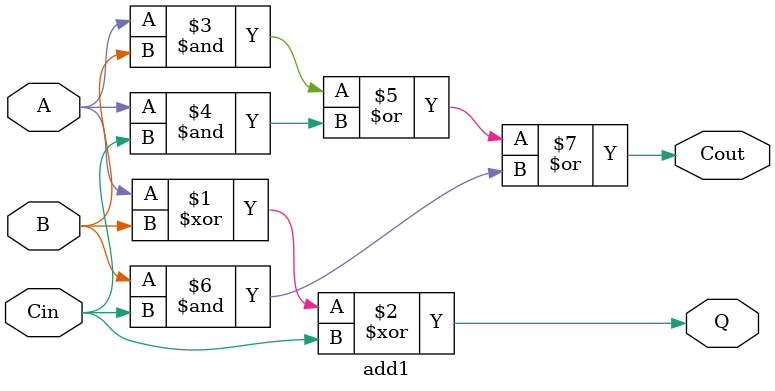
<source format=v>

/*
 * Generate a combinational adder of any width. The width parameter can
 * be any integer value >0. The A and B inputs have WID bits, and the Q
 * output has WID+1 bits to include the overflow.
 */
module addN
  #(parameter WID = 4)
   (input wire [WID-1:0] A,
    input wire [WID-1:0] B,
    output wire [WID:0]  Q
    /* */);

   wire [WID-1:0] 	Cout;

   /* The least significant slice has no Cin */
   add1 U0 (.A(A[0]), .B(B[0]), .Cin(1'b0), .Q(Q[0]), .Cout(Cout[0]));

   /* Generate all the remaining slices */
   genvar i;
   for (i = 1 ; i < WID ; i = i+1) begin : U
      add1 Un (.A(A[i]), .B(B[i]), .Cin(Cout[i-1]), .Q(Q[i]), .Cout(Cout[i]));
   end

   assign Q[WID] = Cout[WID-1];

endmodule // add

/*
 * This is a single-bit combinational adder used by the addH module
 * above.
 */
module add1(input A, input B, input Cin, output Q, output Cout);

   assign Q = A ^ B ^ Cin;
   assign Cout = A&B | A&Cin | B&Cin;

endmodule // hadd

`ifdef TEST_BENCH
module main;

   parameter WID = 4;
   reg [WID-1:0] A, B;
   wire [WID:0]  Q;

   addN #(.WID(WID)) usum (.A(A), .B(B), .Q(Q));

   int 		 adx;
   int 		 bdx;
   initial begin
      for (bdx = 0 ; bdx[WID]==0 ; bdx = bdx+1) begin
	 for (adx = 0 ; adx[WID]==0 ; adx = adx+1) begin
	    A <= adx[WID-1:0];
	    B <= bdx[WID-1:0];
	    #1 if (Q !== (adx+bdx)) begin
	       $display("FAILED -- A=%b, B=%b, Q=%b", A, B, Q);
	       $finish;
	    end
	 end
      end
      $display("PASSED");
   end

endmodule // main
`endif

</source>
